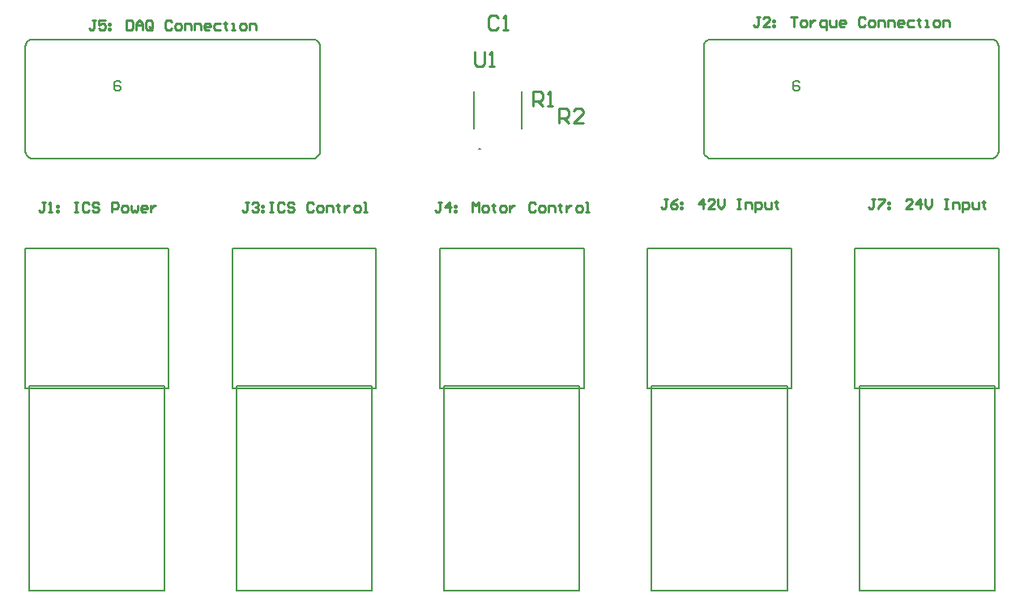
<source format=gbr>
G04*
G04 #@! TF.GenerationSoftware,Altium Limited,Altium Designer,22.11.1 (43)*
G04*
G04 Layer_Color=65535*
%FSLAX25Y25*%
%MOIN*%
G70*
G04*
G04 #@! TF.SameCoordinates,CBAEC89D-BC59-4BCD-ABD7-6F5F8566886D*
G04*
G04*
G04 #@! TF.FilePolarity,Positive*
G04*
G01*
G75*
%ADD10C,0.00787*%
%ADD11C,0.00600*%
%ADD12C,0.00500*%
%ADD13C,0.00900*%
%ADD14C,0.01000*%
D10*
X395157Y293453D02*
X395311Y292479D01*
X395759Y291601D01*
X396455Y290905D01*
X397333Y290457D01*
X398307Y290303D01*
X398307Y339516D02*
X397333Y339362D01*
X396455Y338914D01*
X395759Y338217D01*
X395311Y337339D01*
X395157Y336366D01*
X516456Y336366D02*
X516302Y337339D01*
X515855Y338217D01*
X515158Y338914D01*
X514280Y339362D01*
X513307Y339516D01*
X513307Y290303D02*
X514280Y290457D01*
X515158Y290905D01*
X515855Y291601D01*
X516302Y292479D01*
X516456Y293453D01*
X116044Y293453D02*
X116198Y292479D01*
X116645Y291601D01*
X117342Y290905D01*
X118220Y290457D01*
X119193Y290303D01*
X119193Y339516D02*
X118220Y339362D01*
X117342Y338914D01*
X116645Y338217D01*
X116198Y337339D01*
X116044Y336366D01*
X237343Y336366D02*
X237189Y337339D01*
X236741Y338217D01*
X236045Y338914D01*
X235167Y339362D01*
X234193Y339516D01*
X234193Y290303D02*
X235167Y290457D01*
X236045Y290905D01*
X236741Y291601D01*
X237189Y292479D01*
X237343Y293453D01*
X303394Y294476D02*
X302606D01*
X303394D01*
X398307Y339516D02*
X398307Y339516D01*
X513307D01*
X398307Y290303D02*
X398307Y290303D01*
X513307D01*
X516456Y293453D02*
Y336366D01*
X395157Y293453D02*
Y336366D01*
X119193Y339516D02*
X119193Y339516D01*
X234193D01*
X119193Y290303D02*
X119193Y290303D01*
X234193D01*
X237343Y293453D02*
Y336366D01*
X116044Y293453D02*
Y336366D01*
D11*
X115950Y253398D02*
X175050D01*
X115950Y195598D02*
Y253398D01*
Y195598D02*
X175050D01*
Y253398D01*
X117650Y196598D02*
X173350D01*
X117650Y112298D02*
Y196598D01*
Y112298D02*
X173350D01*
Y196598D01*
X201325Y253398D02*
X260425D01*
X201325Y195598D02*
Y253398D01*
Y195598D02*
X260425D01*
Y253398D01*
X203025Y196598D02*
X258725D01*
X203025Y112298D02*
Y196598D01*
Y112298D02*
X258725D01*
Y196598D01*
X286700Y253398D02*
X345800D01*
X286700Y195598D02*
Y253398D01*
Y195598D02*
X345800D01*
Y253398D01*
X288400Y196598D02*
X344100D01*
X288400Y112298D02*
Y196598D01*
Y112298D02*
X344100D01*
Y196598D01*
X372075Y253398D02*
X431175D01*
X372075Y195598D02*
Y253398D01*
Y195598D02*
X431175D01*
Y253398D01*
X373775Y196598D02*
X429475D01*
X373775Y112298D02*
Y196598D01*
Y112298D02*
X429475D01*
Y196598D01*
X457450Y253398D02*
X516550D01*
X457450Y195598D02*
Y253398D01*
Y195598D02*
X516550D01*
Y253398D01*
X459150Y196598D02*
X514850D01*
X459150Y112298D02*
Y196598D01*
Y112298D02*
X514850D01*
Y196598D01*
X434547Y321723D02*
X433880Y322390D01*
X432548D01*
X431881Y321723D01*
Y319057D01*
X432548Y318391D01*
X433880D01*
X434547Y319057D01*
Y319724D01*
X433880Y320390D01*
X431881D01*
X155433Y321723D02*
X154767Y322390D01*
X153434D01*
X152768Y321723D01*
Y319057D01*
X153434Y318391D01*
X154767D01*
X155433Y319057D01*
Y319724D01*
X154767Y320390D01*
X152768D01*
D12*
X320441Y302823D02*
Y318177D01*
X300559Y302823D02*
Y318177D01*
D13*
X418166Y348599D02*
X416833D01*
X417499D01*
Y345266D01*
X416833Y344600D01*
X416166D01*
X415500Y345266D01*
X422164Y344600D02*
X419499D01*
X422164Y347266D01*
Y347932D01*
X421498Y348599D01*
X420165D01*
X419499Y347932D01*
X423497Y347266D02*
X424164D01*
Y346599D01*
X423497D01*
Y347266D01*
Y345266D02*
X424164D01*
Y344600D01*
X423497D01*
Y345266D01*
X430828Y348599D02*
X433494D01*
X432161D01*
Y344600D01*
X435494D02*
X436827D01*
X437493Y345266D01*
Y346599D01*
X436827Y347266D01*
X435494D01*
X434827Y346599D01*
Y345266D01*
X435494Y344600D01*
X438826Y347266D02*
Y344600D01*
Y345933D01*
X439492Y346599D01*
X440159Y347266D01*
X440825D01*
X445490Y343267D02*
Y347266D01*
X443491D01*
X442825Y346599D01*
Y345266D01*
X443491Y344600D01*
X445490D01*
X446823Y347266D02*
Y345266D01*
X447490Y344600D01*
X449489D01*
Y347266D01*
X452821Y344600D02*
X451488D01*
X450822Y345266D01*
Y346599D01*
X451488Y347266D01*
X452821D01*
X453488Y346599D01*
Y345933D01*
X450822D01*
X461485Y347932D02*
X460819Y348599D01*
X459486D01*
X458819Y347932D01*
Y345266D01*
X459486Y344600D01*
X460819D01*
X461485Y345266D01*
X463484Y344600D02*
X464817D01*
X465484Y345266D01*
Y346599D01*
X464817Y347266D01*
X463484D01*
X462818Y346599D01*
Y345266D01*
X463484Y344600D01*
X466817D02*
Y347266D01*
X468816D01*
X469483Y346599D01*
Y344600D01*
X470816D02*
Y347266D01*
X472815D01*
X473481Y346599D01*
Y344600D01*
X476814D02*
X475481D01*
X474814Y345266D01*
Y346599D01*
X475481Y347266D01*
X476814D01*
X477480Y346599D01*
Y345933D01*
X474814D01*
X481479Y347266D02*
X479479D01*
X478813Y346599D01*
Y345266D01*
X479479Y344600D01*
X481479D01*
X483478Y347932D02*
Y347266D01*
X482812D01*
X484144D01*
X483478D01*
Y345266D01*
X484144Y344600D01*
X486144D02*
X487477D01*
X486810D01*
Y347266D01*
X486144D01*
X490143Y344600D02*
X491475D01*
X492142Y345266D01*
Y346599D01*
X491475Y347266D01*
X490143D01*
X489476Y346599D01*
Y345266D01*
X490143Y344600D01*
X493475D02*
Y347266D01*
X495474D01*
X496141Y346599D01*
Y344600D01*
X145066Y347299D02*
X143733D01*
X144399D01*
Y343966D01*
X143733Y343300D01*
X143067D01*
X142400Y343966D01*
X149065Y347299D02*
X146399D01*
Y345299D01*
X147732Y345966D01*
X148398D01*
X149065Y345299D01*
Y343966D01*
X148398Y343300D01*
X147065D01*
X146399Y343966D01*
X150397Y345966D02*
X151064D01*
Y345299D01*
X150397D01*
Y345966D01*
Y343966D02*
X151064D01*
Y343300D01*
X150397D01*
Y343966D01*
X157728Y347299D02*
Y343300D01*
X159728D01*
X160394Y343966D01*
Y346632D01*
X159728Y347299D01*
X157728D01*
X161727Y343300D02*
Y345966D01*
X163060Y347299D01*
X164393Y345966D01*
Y343300D01*
Y345299D01*
X161727D01*
X168392Y343966D02*
Y346632D01*
X167725Y347299D01*
X166392D01*
X165726Y346632D01*
Y343966D01*
X166392Y343300D01*
X167725D01*
X167059Y344633D02*
X168392Y343300D01*
X167725D02*
X168392Y343966D01*
X176389Y346632D02*
X175723Y347299D01*
X174390D01*
X173723Y346632D01*
Y343966D01*
X174390Y343300D01*
X175723D01*
X176389Y343966D01*
X178388Y343300D02*
X179721D01*
X180388Y343966D01*
Y345299D01*
X179721Y345966D01*
X178388D01*
X177722Y345299D01*
Y343966D01*
X178388Y343300D01*
X181721D02*
Y345966D01*
X183720D01*
X184386Y345299D01*
Y343300D01*
X185719D02*
Y345966D01*
X187719D01*
X188385Y345299D01*
Y343300D01*
X191717D02*
X190384D01*
X189718Y343966D01*
Y345299D01*
X190384Y345966D01*
X191717D01*
X192384Y345299D01*
Y344633D01*
X189718D01*
X196383Y345966D02*
X194383D01*
X193717Y345299D01*
Y343966D01*
X194383Y343300D01*
X196383D01*
X198382Y346632D02*
Y345966D01*
X197715D01*
X199048D01*
X198382D01*
Y343966D01*
X199048Y343300D01*
X201048D02*
X202381D01*
X201714D01*
Y345966D01*
X201048D01*
X205047Y343300D02*
X206379D01*
X207046Y343966D01*
Y345299D01*
X206379Y345966D01*
X205047D01*
X204380Y345299D01*
Y343966D01*
X205047Y343300D01*
X208379D02*
Y345966D01*
X210378D01*
X211045Y345299D01*
Y343300D01*
X124166Y272299D02*
X122833D01*
X123499D01*
Y268966D01*
X122833Y268300D01*
X122167D01*
X121500Y268966D01*
X125499Y268300D02*
X126832D01*
X126165D01*
Y272299D01*
X125499Y271632D01*
X128831Y270966D02*
X129497D01*
Y270299D01*
X128831D01*
Y270966D01*
Y268966D02*
X129497D01*
Y268300D01*
X128831D01*
Y268966D01*
X136162Y272299D02*
X137495D01*
X136828D01*
Y268300D01*
X136162D01*
X137495D01*
X142160Y271632D02*
X141494Y272299D01*
X140161D01*
X139494Y271632D01*
Y268966D01*
X140161Y268300D01*
X141494D01*
X142160Y268966D01*
X146159Y271632D02*
X145492Y272299D01*
X144159D01*
X143493Y271632D01*
Y270966D01*
X144159Y270299D01*
X145492D01*
X146159Y269633D01*
Y268966D01*
X145492Y268300D01*
X144159D01*
X143493Y268966D01*
X151490Y268300D02*
Y272299D01*
X153490D01*
X154156Y271632D01*
Y270299D01*
X153490Y269633D01*
X151490D01*
X156156Y268300D02*
X157488D01*
X158155Y268966D01*
Y270299D01*
X157488Y270966D01*
X156156D01*
X155489Y270299D01*
Y268966D01*
X156156Y268300D01*
X159488Y270966D02*
Y268966D01*
X160154Y268300D01*
X160821Y268966D01*
X161487Y268300D01*
X162153Y268966D01*
Y270966D01*
X165486Y268300D02*
X164153D01*
X163487Y268966D01*
Y270299D01*
X164153Y270966D01*
X165486D01*
X166152Y270299D01*
Y269633D01*
X163487D01*
X167485Y270966D02*
Y268300D01*
Y269633D01*
X168152Y270299D01*
X168818Y270966D01*
X169484D01*
X207866Y272299D02*
X206533D01*
X207199D01*
Y268966D01*
X206533Y268300D01*
X205866D01*
X205200Y268966D01*
X209199Y271632D02*
X209865Y272299D01*
X211198D01*
X211864Y271632D01*
Y270966D01*
X211198Y270299D01*
X210532D01*
X211198D01*
X211864Y269633D01*
Y268966D01*
X211198Y268300D01*
X209865D01*
X209199Y268966D01*
X213197Y270966D02*
X213864D01*
Y270299D01*
X213197D01*
Y270966D01*
Y268966D02*
X213864D01*
Y268300D01*
X213197D01*
Y268966D01*
X216530Y272299D02*
X217863D01*
X217196D01*
Y268300D01*
X216530D01*
X217863D01*
X222528Y271632D02*
X221861Y272299D01*
X220528D01*
X219862Y271632D01*
Y268966D01*
X220528Y268300D01*
X221861D01*
X222528Y268966D01*
X226526Y271632D02*
X225860Y272299D01*
X224527D01*
X223861Y271632D01*
Y270966D01*
X224527Y270299D01*
X225860D01*
X226526Y269633D01*
Y268966D01*
X225860Y268300D01*
X224527D01*
X223861Y268966D01*
X234524Y271632D02*
X233857Y272299D01*
X232524D01*
X231858Y271632D01*
Y268966D01*
X232524Y268300D01*
X233857D01*
X234524Y268966D01*
X236523Y268300D02*
X237856D01*
X238523Y268966D01*
Y270299D01*
X237856Y270966D01*
X236523D01*
X235857Y270299D01*
Y268966D01*
X236523Y268300D01*
X239856D02*
Y270966D01*
X241855D01*
X242521Y270299D01*
Y268300D01*
X244521Y271632D02*
Y270966D01*
X243854D01*
X245187D01*
X244521D01*
Y268966D01*
X245187Y268300D01*
X247186Y270966D02*
Y268300D01*
Y269633D01*
X247853Y270299D01*
X248519Y270966D01*
X249186D01*
X251852Y268300D02*
X253185D01*
X253851Y268966D01*
Y270299D01*
X253185Y270966D01*
X251852D01*
X251185Y270299D01*
Y268966D01*
X251852Y268300D01*
X255184D02*
X256517D01*
X255850D01*
Y272299D01*
X255184D01*
X287266D02*
X285933D01*
X286599D01*
Y268966D01*
X285933Y268300D01*
X285266D01*
X284600Y268966D01*
X290598Y268300D02*
Y272299D01*
X288599Y270299D01*
X291265D01*
X292597Y270966D02*
X293264D01*
Y270299D01*
X292597D01*
Y270966D01*
Y268966D02*
X293264D01*
Y268300D01*
X292597D01*
Y268966D01*
X299928Y268300D02*
Y272299D01*
X301261Y270966D01*
X302594Y272299D01*
Y268300D01*
X304594D02*
X305926D01*
X306593Y268966D01*
Y270299D01*
X305926Y270966D01*
X304594D01*
X303927Y270299D01*
Y268966D01*
X304594Y268300D01*
X308592Y271632D02*
Y270966D01*
X307926D01*
X309259D01*
X308592D01*
Y268966D01*
X309259Y268300D01*
X311925D02*
X313257D01*
X313924Y268966D01*
Y270299D01*
X313257Y270966D01*
X311925D01*
X311258Y270299D01*
Y268966D01*
X311925Y268300D01*
X315257Y270966D02*
Y268300D01*
Y269633D01*
X315923Y270299D01*
X316590Y270966D01*
X317256D01*
X325920Y271632D02*
X325254Y272299D01*
X323921D01*
X323254Y271632D01*
Y268966D01*
X323921Y268300D01*
X325254D01*
X325920Y268966D01*
X327919Y268300D02*
X329252D01*
X329919Y268966D01*
Y270299D01*
X329252Y270966D01*
X327919D01*
X327253Y270299D01*
Y268966D01*
X327919Y268300D01*
X331252D02*
Y270966D01*
X333251D01*
X333917Y270299D01*
Y268300D01*
X335917Y271632D02*
Y270966D01*
X335250D01*
X336583D01*
X335917D01*
Y268966D01*
X336583Y268300D01*
X338583Y270966D02*
Y268300D01*
Y269633D01*
X339249Y270299D01*
X339915Y270966D01*
X340582D01*
X343248Y268300D02*
X344581D01*
X345247Y268966D01*
Y270299D01*
X344581Y270966D01*
X343248D01*
X342581Y270299D01*
Y268966D01*
X343248Y268300D01*
X346580D02*
X347913D01*
X347247D01*
Y272299D01*
X346580D01*
X380266Y273599D02*
X378933D01*
X379599D01*
Y270266D01*
X378933Y269600D01*
X378266D01*
X377600Y270266D01*
X384264Y273599D02*
X382932Y272932D01*
X381599Y271599D01*
Y270266D01*
X382265Y269600D01*
X383598D01*
X384264Y270266D01*
Y270933D01*
X383598Y271599D01*
X381599D01*
X385597Y272266D02*
X386264D01*
Y271599D01*
X385597D01*
Y272266D01*
Y270266D02*
X386264D01*
Y269600D01*
X385597D01*
Y270266D01*
X394928Y269600D02*
Y273599D01*
X392928Y271599D01*
X395594D01*
X399593Y269600D02*
X396927D01*
X399593Y272266D01*
Y272932D01*
X398926Y273599D01*
X397594D01*
X396927Y272932D01*
X400926Y273599D02*
Y270933D01*
X402259Y269600D01*
X403592Y270933D01*
Y273599D01*
X408923D02*
X410256D01*
X409590D01*
Y269600D01*
X408923D01*
X410256D01*
X412255D02*
Y272266D01*
X414255D01*
X414921Y271599D01*
Y269600D01*
X416254Y268267D02*
Y272266D01*
X418254D01*
X418920Y271599D01*
Y270266D01*
X418254Y269600D01*
X416254D01*
X420253Y272266D02*
Y270266D01*
X420919Y269600D01*
X422919D01*
Y272266D01*
X424918Y272932D02*
Y272266D01*
X424252D01*
X425585D01*
X424918D01*
Y270266D01*
X425585Y269600D01*
X465666Y273599D02*
X464333D01*
X464999D01*
Y270266D01*
X464333Y269600D01*
X463666D01*
X463000Y270266D01*
X466999Y273599D02*
X469664D01*
Y272932D01*
X466999Y270266D01*
Y269600D01*
X470997Y272266D02*
X471664D01*
Y271599D01*
X470997D01*
Y272266D01*
Y270266D02*
X471664D01*
Y269600D01*
X470997D01*
Y270266D01*
X480994Y269600D02*
X478328D01*
X480994Y272266D01*
Y272932D01*
X480328Y273599D01*
X478995D01*
X478328Y272932D01*
X484327Y269600D02*
Y273599D01*
X482327Y271599D01*
X484993D01*
X486326Y273599D02*
Y270933D01*
X487659Y269600D01*
X488992Y270933D01*
Y273599D01*
X494323D02*
X495656D01*
X494990D01*
Y269600D01*
X494323D01*
X495656D01*
X497655D02*
Y272266D01*
X499655D01*
X500321Y271599D01*
Y269600D01*
X501654Y268267D02*
Y272266D01*
X503653D01*
X504320Y271599D01*
Y270266D01*
X503653Y269600D01*
X501654D01*
X505653Y272266D02*
Y270266D01*
X506319Y269600D01*
X508319D01*
Y272266D01*
X510318Y272932D02*
Y272266D01*
X509652D01*
X510985D01*
X510318D01*
Y270266D01*
X510985Y269600D01*
D14*
X310599Y348398D02*
X309599Y349398D01*
X307600D01*
X306600Y348398D01*
Y344400D01*
X307600Y343400D01*
X309599D01*
X310599Y344400D01*
X312598Y343400D02*
X314597D01*
X313598D01*
Y349398D01*
X312598Y348398D01*
X300800Y334298D02*
Y329300D01*
X301800Y328300D01*
X303799D01*
X304799Y329300D01*
Y334298D01*
X306798Y328300D02*
X308797D01*
X307798D01*
Y334298D01*
X306798Y333298D01*
X325100Y311900D02*
Y317898D01*
X328099D01*
X329099Y316898D01*
Y314899D01*
X328099Y313899D01*
X325100D01*
X327099D02*
X329099Y311900D01*
X331098D02*
X333097D01*
X332098D01*
Y317898D01*
X331098Y316898D01*
X335600Y304900D02*
Y310898D01*
X338599D01*
X339599Y309898D01*
Y307899D01*
X338599Y306899D01*
X335600D01*
X337599D02*
X339599Y304900D01*
X345597D02*
X341598D01*
X345597Y308899D01*
Y309898D01*
X344597Y310898D01*
X342598D01*
X341598Y309898D01*
M02*

</source>
